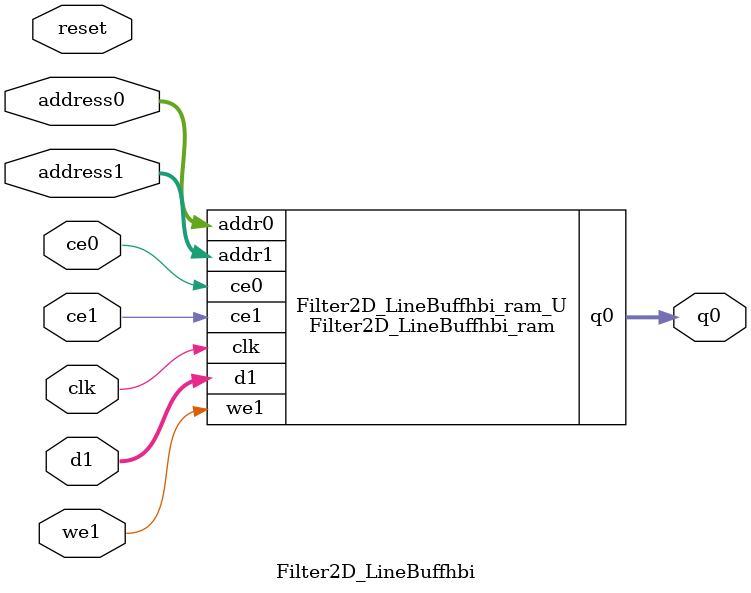
<source format=v>

`timescale 1 ns / 1 ps
module Filter2D_LineBuffhbi_ram (addr0, ce0, q0, addr1, ce1, d1, we1,  clk);

parameter DWIDTH = 8;
parameter AWIDTH = 9;
parameter MEM_SIZE = 270;

input[AWIDTH-1:0] addr0;
input ce0;
output reg[DWIDTH-1:0] q0;
input[AWIDTH-1:0] addr1;
input ce1;
input[DWIDTH-1:0] d1;
input we1;
input clk;

(* ram_style = "block" *)reg [DWIDTH-1:0] ram[0:MEM_SIZE-1];




always @(posedge clk)  
begin 
    if (ce0) 
    begin
            q0 <= ram[addr0];
    end
end


always @(posedge clk)  
begin 
    if (ce1) 
    begin
        if (we1) 
        begin 
            ram[addr1] <= d1; 
        end 
    end
end


endmodule


`timescale 1 ns / 1 ps
module Filter2D_LineBuffhbi(
    reset,
    clk,
    address0,
    ce0,
    q0,
    address1,
    ce1,
    we1,
    d1);

parameter DataWidth = 32'd8;
parameter AddressRange = 32'd270;
parameter AddressWidth = 32'd9;
input reset;
input clk;
input[AddressWidth - 1:0] address0;
input ce0;
output[DataWidth - 1:0] q0;
input[AddressWidth - 1:0] address1;
input ce1;
input we1;
input[DataWidth - 1:0] d1;



Filter2D_LineBuffhbi_ram Filter2D_LineBuffhbi_ram_U(
    .clk( clk ),
    .addr0( address0 ),
    .ce0( ce0 ),
    .q0( q0 ),
    .addr1( address1 ),
    .ce1( ce1 ),
    .we1( we1 ),
    .d1( d1 ));

endmodule


</source>
